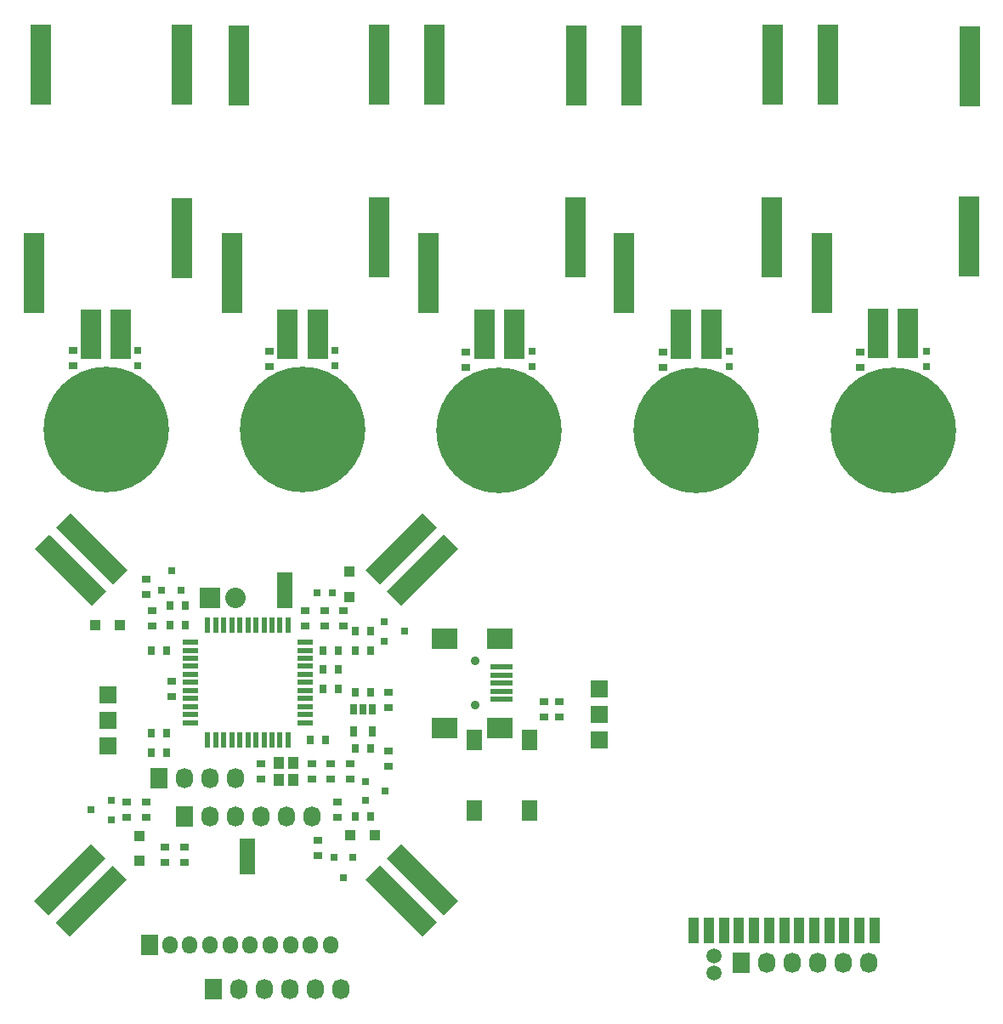
<source format=gts>
G04 #@! TF.FileFunction,Soldermask,Top*
%FSLAX46Y46*%
G04 Gerber Fmt 4.6, Leading zero omitted, Abs format (unit mm)*
G04 Created by KiCad (PCBNEW (2015-07-22 BZR 5980)-product) date Tuesday, September 08, 2015 'amt' 09:17:54 am*
%MOMM*%
G01*
G04 APERTURE LIST*
%ADD10C,0.100000*%
%ADD11C,1.500000*%
%ADD12R,1.100000X2.500000*%
%ADD13R,1.727200X2.032000*%
%ADD14O,1.524000X1.778000*%
%ADD15R,1.600200X3.599180*%
%ADD16R,2.032000X2.032000*%
%ADD17O,2.032000X2.032000*%
%ADD18R,1.778000X1.778000*%
%ADD19R,0.889000X0.635000*%
%ADD20R,0.635000X0.889000*%
%ADD21R,0.800100X0.800100*%
%ADD22R,1.500000X2.000000*%
%ADD23O,1.727200X2.032000*%
%ADD24R,1.500000X0.550000*%
%ADD25R,0.550000X1.500000*%
%ADD26R,1.000000X1.000000*%
%ADD27R,0.650000X1.060000*%
%ADD28R,1.100000X1.200000*%
%ADD29R,2.301240X0.500380*%
%ADD30R,2.499360X1.998980*%
%ADD31C,0.899160*%
%ADD32R,0.797560X0.797560*%
%ADD33R,2.000000X8.000000*%
%ADD34R,2.000000X5.000000*%
%ADD35C,12.500000*%
G04 APERTURE END LIST*
D10*
D11*
X123731448Y-150146544D03*
X123731448Y-151896544D03*
D12*
X121731448Y-147646544D03*
X123231448Y-147646544D03*
X124731448Y-147646544D03*
X126231448Y-147646544D03*
X127731448Y-147646544D03*
X129231448Y-147646544D03*
X130731448Y-147646544D03*
X132231448Y-147646544D03*
X133731448Y-147646544D03*
X135231448Y-147646544D03*
X136731448Y-147646544D03*
X138231448Y-147646544D03*
X139731448Y-147646544D03*
D13*
X67533500Y-149062500D03*
D14*
X69533500Y-149062500D03*
X71533500Y-149062500D03*
X73533500Y-149062500D03*
X75533500Y-149062500D03*
X77533500Y-149062500D03*
X79533500Y-149062500D03*
X81533500Y-149062500D03*
X83533500Y-149062500D03*
X85533500Y-149062500D03*
D15*
X81000000Y-113730000D03*
D16*
X73498559Y-114561294D03*
D17*
X76038559Y-114561294D03*
D15*
X77250000Y-140230000D03*
D18*
X63338559Y-129293294D03*
X63338559Y-126753294D03*
X63338559Y-124213294D03*
D19*
X91278559Y-131325294D03*
X91278559Y-129801294D03*
D20*
X87976559Y-136278294D03*
X89500559Y-136278294D03*
D21*
X89007799Y-132788294D03*
X89007799Y-134688294D03*
X91006779Y-133738294D03*
D19*
X106841184Y-124900768D03*
X106841184Y-126424768D03*
D22*
X99841184Y-128662768D03*
X99841184Y-135662768D03*
X105341184Y-128662768D03*
X105341184Y-135662768D03*
D13*
X70958559Y-136278294D03*
D23*
X73498559Y-136278294D03*
X76038559Y-136278294D03*
X78578559Y-136278294D03*
X81118559Y-136278294D03*
X83658559Y-136278294D03*
D13*
X68418559Y-132468294D03*
D23*
X70958559Y-132468294D03*
X73498559Y-132468294D03*
X76038559Y-132468294D03*
D24*
X71608559Y-118943294D03*
X71608559Y-119743294D03*
X71608559Y-120543294D03*
X71608559Y-121343294D03*
X71608559Y-122143294D03*
X71608559Y-122943294D03*
X71608559Y-123743294D03*
X71608559Y-124543294D03*
X71608559Y-125343294D03*
X71608559Y-126143294D03*
X71608559Y-126943294D03*
D25*
X73308559Y-128643294D03*
X74108559Y-128643294D03*
X74908559Y-128643294D03*
X75708559Y-128643294D03*
X76508559Y-128643294D03*
X77308559Y-128643294D03*
X78108559Y-128643294D03*
X78908559Y-128643294D03*
X79708559Y-128643294D03*
X80508559Y-128643294D03*
X81308559Y-128643294D03*
D24*
X83008559Y-126943294D03*
X83008559Y-126143294D03*
X83008559Y-125343294D03*
X83008559Y-124543294D03*
X83008559Y-123743294D03*
X83008559Y-122943294D03*
X83008559Y-122143294D03*
X83008559Y-121343294D03*
X83008559Y-120543294D03*
X83008559Y-119743294D03*
X83008559Y-118943294D03*
D25*
X81308559Y-117243294D03*
X80508559Y-117243294D03*
X79708559Y-117243294D03*
X78908559Y-117243294D03*
X78108559Y-117243294D03*
X77308559Y-117243294D03*
X76508559Y-117243294D03*
X75708559Y-117243294D03*
X74908559Y-117243294D03*
X74108559Y-117243294D03*
X73308559Y-117243294D03*
D19*
X91278559Y-123959294D03*
X91278559Y-125483294D03*
D20*
X87976559Y-129547294D03*
X89500559Y-129547294D03*
X71085559Y-115323294D03*
X69561559Y-115323294D03*
X67656559Y-119768294D03*
X69180559Y-119768294D03*
X67656559Y-129928294D03*
X69180559Y-129928294D03*
D19*
X83023559Y-115831294D03*
X83023559Y-117355294D03*
D20*
X83531559Y-128658294D03*
X85055559Y-128658294D03*
X69561559Y-117228294D03*
X71085559Y-117228294D03*
D26*
X64588559Y-117228294D03*
X62088559Y-117228294D03*
X87388559Y-114443294D03*
X87388559Y-111943294D03*
X87488559Y-138183294D03*
X89988559Y-138183294D03*
X66513559Y-138203294D03*
X66513559Y-140703294D03*
D20*
X89500559Y-123959294D03*
X87976559Y-123959294D03*
D21*
X68738559Y-113784054D03*
X70638559Y-113784054D03*
X69688559Y-111785074D03*
X90912799Y-116913294D03*
X90912799Y-118813294D03*
X92911779Y-117863294D03*
X87783559Y-140357534D03*
X85883559Y-140357534D03*
X86833559Y-142356514D03*
X63704319Y-136593294D03*
X63704319Y-134693294D03*
X61705339Y-135643294D03*
D19*
X67783559Y-117355294D03*
X67783559Y-115831294D03*
D20*
X87976559Y-119768294D03*
X89500559Y-119768294D03*
D19*
X67148559Y-114180294D03*
X67148559Y-112656294D03*
D20*
X87976559Y-117863294D03*
X89500559Y-117863294D03*
D19*
X86198559Y-134881294D03*
X86198559Y-136405294D03*
X67148559Y-134881294D03*
X67148559Y-136405294D03*
X84293559Y-140215294D03*
X84293559Y-138691294D03*
X65243559Y-134881294D03*
X65243559Y-136405294D03*
X108341184Y-124900768D03*
X108341184Y-126424768D03*
D20*
X69180559Y-128023294D03*
X67656559Y-128023294D03*
X86325559Y-123578294D03*
X84801559Y-123578294D03*
X84801559Y-119768294D03*
X86325559Y-119768294D03*
X84801559Y-121673294D03*
X86325559Y-121673294D03*
D19*
X85563559Y-132595294D03*
X85563559Y-131071294D03*
X69053559Y-139326294D03*
X69053559Y-140850294D03*
X84928559Y-115831294D03*
X84928559Y-117355294D03*
X87468559Y-131071294D03*
X87468559Y-132595294D03*
X70958559Y-139326294D03*
X70958559Y-140850294D03*
D27*
X89700000Y-125630000D03*
X88750000Y-125630000D03*
X87800000Y-125630000D03*
X87800000Y-127830000D03*
X89700000Y-127830000D03*
D28*
X81818559Y-130983294D03*
X81818559Y-132683294D03*
X80418559Y-132683294D03*
X80418559Y-130983294D03*
D19*
X69688559Y-122816294D03*
X69688559Y-124340294D03*
D18*
X112340410Y-128662661D03*
X112340410Y-126122661D03*
X112340410Y-123582661D03*
D19*
X78578559Y-131062468D03*
X78578559Y-132586468D03*
X83658559Y-132595294D03*
X83658559Y-131071294D03*
D29*
X102535124Y-121420820D03*
X102535124Y-122220920D03*
X102535124Y-123021020D03*
X102535124Y-123821120D03*
X102535124Y-124621220D03*
D30*
X102436064Y-118570940D03*
X96936964Y-118570940D03*
X102436064Y-127471100D03*
X96936964Y-127471100D03*
D31*
X99936704Y-120821380D03*
X99936704Y-125220660D03*
D19*
X86833559Y-115831294D03*
X86833559Y-117355294D03*
D32*
X85690559Y-114053294D03*
X84191959Y-114053294D03*
D10*
G36*
X63174874Y-113886980D02*
X61760660Y-115301194D01*
X56103806Y-109644340D01*
X57518020Y-108230126D01*
X63174874Y-113886980D01*
X63174874Y-113886980D01*
G37*
G36*
X65296194Y-111765660D02*
X63881980Y-113179874D01*
X58225126Y-107523020D01*
X59639340Y-106108806D01*
X65296194Y-111765660D01*
X65296194Y-111765660D01*
G37*
G36*
X90468020Y-113154874D02*
X89053806Y-111740660D01*
X94710660Y-106083806D01*
X96124874Y-107498020D01*
X90468020Y-113154874D01*
X90468020Y-113154874D01*
G37*
G36*
X92589340Y-115276194D02*
X91175126Y-113861980D01*
X96831980Y-108205126D01*
X98246194Y-109619340D01*
X92589340Y-115276194D01*
X92589340Y-115276194D01*
G37*
G36*
X91150126Y-140423020D02*
X92564340Y-139008806D01*
X98221194Y-144665660D01*
X96806980Y-146079874D01*
X91150126Y-140423020D01*
X91150126Y-140423020D01*
G37*
G36*
X89028806Y-142544340D02*
X90443020Y-141130126D01*
X96099874Y-146786980D01*
X94685660Y-148201194D01*
X89028806Y-142544340D01*
X89028806Y-142544340D01*
G37*
G36*
X63806980Y-141180126D02*
X65221194Y-142594340D01*
X59564340Y-148251194D01*
X58150126Y-146836980D01*
X63806980Y-141180126D01*
X63806980Y-141180126D01*
G37*
G36*
X61685660Y-139058806D02*
X63099874Y-140473020D01*
X57443020Y-146129874D01*
X56028806Y-144715660D01*
X61685660Y-139058806D01*
X61685660Y-139058806D01*
G37*
D33*
X70750000Y-61480000D03*
X90400000Y-61430000D03*
X110000000Y-61530000D03*
X129600000Y-61430000D03*
X70750000Y-78730000D03*
X90400000Y-78630000D03*
X109900000Y-78630000D03*
X129500000Y-78630000D03*
X149200000Y-61630000D03*
X149100000Y-78530000D03*
D34*
X143050000Y-88230000D03*
X140050000Y-88230000D03*
X123450000Y-88280000D03*
X120450000Y-88280000D03*
X103850000Y-88305000D03*
X100850000Y-88305000D03*
X84250000Y-88280000D03*
X81250000Y-88280000D03*
X64675000Y-88305000D03*
X61675000Y-88305000D03*
D33*
X56700000Y-61430000D03*
X76400000Y-61530000D03*
X95900000Y-61430000D03*
X115500000Y-61530000D03*
X135100000Y-61430000D03*
D35*
X122000000Y-97830000D03*
X102300000Y-97830000D03*
X82775000Y-97805000D03*
X63175000Y-97805000D03*
X141600000Y-97830000D03*
D33*
X56000000Y-82230000D03*
X75750000Y-82230000D03*
X95250000Y-82230000D03*
X114750000Y-82230000D03*
X134500000Y-82230000D03*
D32*
X66300000Y-89880700D03*
X66300000Y-91379300D03*
X86000000Y-89880700D03*
X86000000Y-91379300D03*
X105600000Y-89980700D03*
X105600000Y-91479300D03*
X125300000Y-89980700D03*
X125300000Y-91479300D03*
X144900000Y-89980700D03*
X144900000Y-91479300D03*
D19*
X59900000Y-89868000D03*
X59900000Y-91392000D03*
X79500000Y-89968000D03*
X79500000Y-91492000D03*
X99000000Y-90068000D03*
X99000000Y-91592000D03*
X118700000Y-90068000D03*
X118700000Y-91592000D03*
X138300000Y-90068000D03*
X138300000Y-91592000D03*
D13*
X73883500Y-153507500D03*
D23*
X76423500Y-153507500D03*
X78963500Y-153507500D03*
X81503500Y-153507500D03*
X84043500Y-153507500D03*
X86583500Y-153507500D03*
D13*
X126481448Y-150896544D03*
D23*
X129021448Y-150896544D03*
X131561448Y-150896544D03*
X134101448Y-150896544D03*
X136641448Y-150896544D03*
X139181448Y-150896544D03*
M02*

</source>
